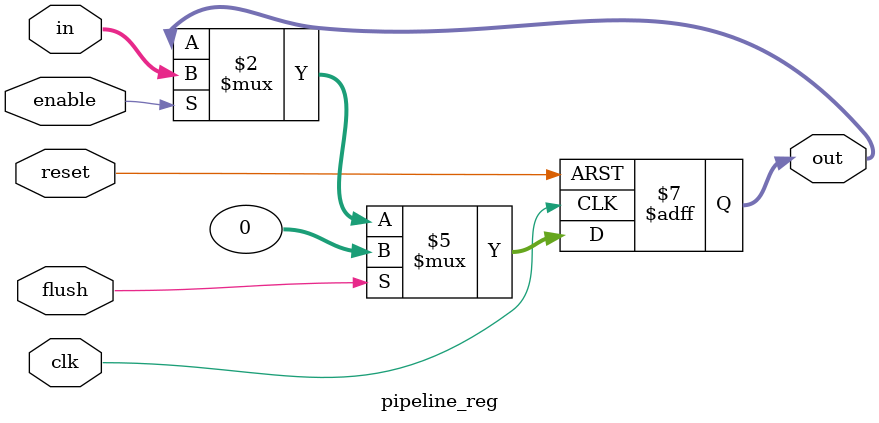
<source format=v>
module pipeline_reg #(parameter WIDTH = 32) (
    input clk,
    input reset,
    input flush,
    input enable, // 0 to stall (keep value), 1 to update
    input [WIDTH-1:0] in,
    output reg [WIDTH-1:0] out
);

    always @(posedge clk or posedge reset) begin
        if (reset) begin
            out <= 0;
        end else if (flush) begin
            out <= 0;
        end else if (enable) begin
            out <= in;
        end
    end

endmodule

</source>
